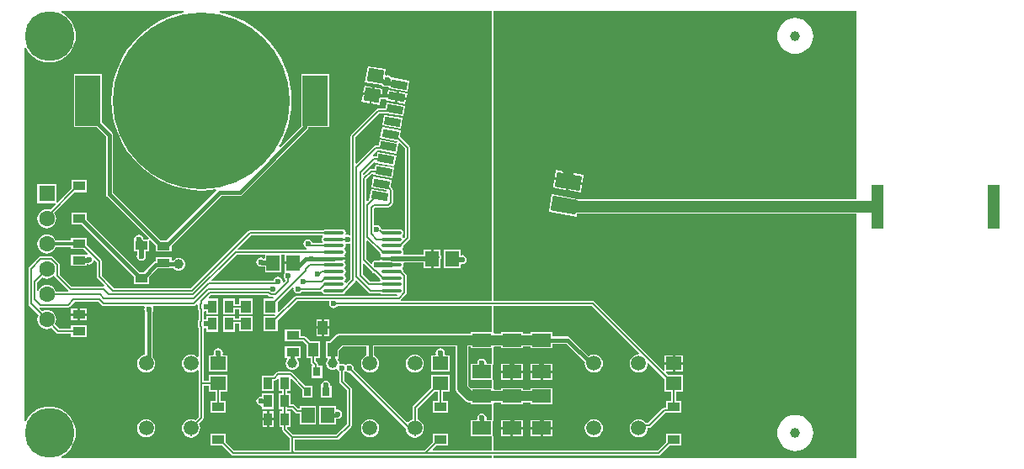
<source format=gtl>
G04*
G04 #@! TF.GenerationSoftware,Altium Limited,Altium Designer,19.0.15 (446)*
G04*
G04 Layer_Physical_Order=1*
G04 Layer_Color=255*
%FSLAX25Y25*%
%MOIN*%
G70*
G01*
G75*
%ADD15C,0.00787*%
%ADD17R,0.03347X0.05118*%
%ADD18R,0.03150X0.03543*%
%ADD19R,0.05118X0.03347*%
%ADD20R,0.06102X0.05315*%
%ADD21R,0.03937X0.05512*%
%ADD22R,0.05315X0.06102*%
%ADD23R,0.04803X0.03602*%
%ADD24R,0.07480X0.05315*%
%ADD25R,0.04331X0.04921*%
G04:AMPARAMS|DCode=26|XSize=62.99mil|YSize=31.5mil|CornerRadius=0mil|HoleSize=0mil|Usage=FLASHONLY|Rotation=350.000|XOffset=0mil|YOffset=0mil|HoleType=Round|Shape=Rectangle|*
%AMROTATEDRECTD26*
4,1,4,-0.03375,-0.01004,-0.02828,0.02098,0.03375,0.01004,0.02828,-0.02098,-0.03375,-0.01004,0.0*
%
%ADD26ROTATEDRECTD26*%

G04:AMPARAMS|DCode=27|XSize=100mil|YSize=59.06mil|CornerRadius=0mil|HoleSize=0mil|Usage=FLASHONLY|Rotation=350.000|XOffset=0mil|YOffset=0mil|HoleType=Round|Shape=Rectangle|*
%AMROTATEDRECTD27*
4,1,4,-0.05437,-0.02040,-0.04411,0.03776,0.05437,0.02040,0.04411,-0.03776,-0.05437,-0.02040,0.0*
%
%ADD27ROTATEDRECTD27*%

%ADD28R,0.05118X0.17717*%
%ADD29O,0.08268X0.01378*%
G04:AMPARAMS|DCode=30|XSize=61.02mil|YSize=53.15mil|CornerRadius=0mil|HoleSize=0mil|Usage=FLASHONLY|Rotation=350.000|XOffset=0mil|YOffset=0mil|HoleType=Round|Shape=Rectangle|*
%AMROTATEDRECTD30*
4,1,4,-0.03466,-0.02087,-0.02543,0.03147,0.03466,0.02087,0.02543,-0.03147,-0.03466,-0.02087,0.0*
%
%ADD30ROTATEDRECTD30*%

%ADD31R,0.09843X0.20079*%
%ADD54C,0.03937*%
%ADD55C,0.70079*%
%ADD56C,0.01575*%
%ADD57C,0.01181*%
%ADD58C,0.01968*%
%ADD59C,0.04724*%
%ADD60C,0.05906*%
%ADD61C,0.06299*%
%ADD62R,0.06299X0.06299*%
%ADD63C,0.03937*%
%ADD64C,0.19685*%
%ADD65C,0.02362*%
%ADD66C,0.03150*%
G36*
X140926Y112686D02*
Y77738D01*
X140587Y77400D01*
X140013Y77533D01*
X139840Y77793D01*
X139755Y77849D01*
Y78450D01*
X139840Y78507D01*
X140123Y78930D01*
X140222Y79429D01*
X140123Y79928D01*
X139840Y80352D01*
X139417Y80634D01*
X138917Y80734D01*
X132027D01*
X131990Y80726D01*
X131599Y81117D01*
X131286Y81326D01*
X131272Y81400D01*
X130880Y81986D01*
X130294Y82377D01*
X129603Y82515D01*
X128911Y82377D01*
X128807Y82307D01*
X128366Y82543D01*
Y89084D01*
X128830Y89548D01*
X134161D01*
X134545Y89624D01*
X134871Y89842D01*
X135757Y90728D01*
X135975Y91054D01*
X136051Y91438D01*
Y96289D01*
X135975Y96673D01*
X135757Y96999D01*
X135142Y97614D01*
X135616Y100302D01*
X128249Y101601D01*
X127497Y97336D01*
X133454Y96286D01*
X133569Y96094D01*
X133258Y95641D01*
X127381Y96677D01*
X126654Y92558D01*
X126072Y91976D01*
X125610Y92167D01*
Y100569D01*
X127625Y102584D01*
X127972Y102572D01*
X128365Y102260D01*
X128365Y102260D01*
X135732Y100961D01*
X136484Y105226D01*
X129117Y106525D01*
X128804Y104747D01*
X127365D01*
X126981Y104671D01*
X126656Y104453D01*
X124550Y102347D01*
X124094Y102528D01*
X124052Y102947D01*
X128522Y107418D01*
X128783Y107408D01*
X129233Y107184D01*
X129233Y107184D01*
X136600Y105886D01*
X137352Y110150D01*
X129985Y111449D01*
X129672Y109671D01*
X128352D01*
X127972Y110099D01*
X127955Y110197D01*
X129736Y111978D01*
X130843D01*
X137468Y110810D01*
X138162Y114743D01*
X138699Y114912D01*
X140926Y112686D01*
D02*
G37*
G36*
X319390Y92861D02*
X209332D01*
X198911Y94699D01*
X197681Y87720D01*
X208692Y85778D01*
X208890Y86905D01*
X319390D01*
Y-9843D01*
X175836D01*
Y-8878D01*
X241280D01*
X241664Y-8801D01*
X241989Y-8584D01*
X245671Y-4902D01*
X250236D01*
Y-118D01*
X244252D01*
Y-3482D01*
X240864Y-6870D01*
X175836D01*
Y-1280D01*
X175649Y-828D01*
X175591Y-803D01*
Y4740D01*
X175649Y4765D01*
X175836Y5217D01*
Y11319D01*
X175767Y11486D01*
X176087Y11986D01*
X178740D01*
Y11319D01*
X187402D01*
Y11986D01*
X190551D01*
Y11319D01*
X199213D01*
Y17815D01*
X190551D01*
Y17148D01*
X187402D01*
Y17815D01*
X178740D01*
Y17148D01*
X176087D01*
X175767Y17648D01*
X175836Y17815D01*
Y21004D01*
X175649Y21456D01*
X175591Y21480D01*
Y27024D01*
X175649Y27048D01*
X175836Y27500D01*
Y33602D01*
X175767Y33769D01*
X176087Y34269D01*
X178740D01*
Y33602D01*
X187402D01*
Y34269D01*
X190551D01*
Y33602D01*
X199213D01*
Y35445D01*
X204703D01*
X212049Y28100D01*
X211977Y27559D01*
X212099Y26634D01*
X212456Y25772D01*
X213024Y25032D01*
X213764Y24464D01*
X214626Y24107D01*
X215551Y23985D01*
X216476Y24107D01*
X217338Y24464D01*
X218078Y25032D01*
X218646Y25772D01*
X219003Y26634D01*
X219125Y27559D01*
X219003Y28484D01*
X218646Y29346D01*
X218078Y30086D01*
X217338Y30654D01*
X216476Y31011D01*
X215551Y31133D01*
X214626Y31011D01*
X213764Y30654D01*
X213597Y30525D01*
X206278Y37844D01*
X205822Y38148D01*
X205285Y38255D01*
X199213D01*
Y40098D01*
X190551D01*
Y39432D01*
X187402D01*
Y40098D01*
X178740D01*
Y39432D01*
X176087D01*
X175767Y39931D01*
X175836Y40098D01*
Y50302D01*
X214815D01*
X233542Y31574D01*
X233321Y31126D01*
X233268Y31133D01*
X232343Y31011D01*
X231481Y30654D01*
X230741Y30086D01*
X230173Y29346D01*
X229816Y28484D01*
X229694Y27559D01*
X229816Y26634D01*
X230173Y25772D01*
X230741Y25032D01*
X231481Y24464D01*
X232343Y24107D01*
X233268Y23985D01*
X234193Y24107D01*
X235055Y24464D01*
X235795Y25032D01*
X236363Y25772D01*
X236720Y26634D01*
X236842Y27559D01*
X236835Y27612D01*
X237283Y27833D01*
X243602Y21514D01*
Y16437D01*
X246241D01*
Y12776D01*
X244252D01*
Y9980D01*
X243409D01*
X243025Y9904D01*
X242700Y9686D01*
X236965Y3951D01*
X236212D01*
X235795Y4496D01*
X235055Y5064D01*
X234193Y5421D01*
X233268Y5542D01*
X232343Y5421D01*
X231481Y5064D01*
X230741Y4496D01*
X230173Y3755D01*
X229816Y2894D01*
X229694Y1969D01*
X229816Y1044D01*
X230173Y182D01*
X230741Y-559D01*
X231481Y-1127D01*
X232343Y-1484D01*
X233268Y-1605D01*
X234193Y-1484D01*
X235055Y-1127D01*
X235795Y-559D01*
X236363Y182D01*
X236720Y1044D01*
X236838Y1944D01*
X237381D01*
X237765Y2021D01*
X238090Y2238D01*
X243825Y7973D01*
X245837D01*
X245934Y7992D01*
X250236D01*
Y12776D01*
X248248D01*
Y16437D01*
X250886D01*
Y22933D01*
X245022D01*
X244106Y23849D01*
X244297Y24311D01*
X246744D01*
Y27059D01*
X243602D01*
Y25006D01*
X243140Y24814D01*
X215940Y52015D01*
X215614Y52232D01*
X215230Y52309D01*
X175836D01*
Y167323D01*
X319390D01*
Y92861D01*
D02*
G37*
G36*
X175197Y52309D02*
X139289D01*
X139141Y52610D01*
X139114Y52809D01*
X141300Y54995D01*
X141518Y55321D01*
X141594Y55705D01*
Y62402D01*
X141518Y62786D01*
X141300Y63111D01*
X140193Y64218D01*
X140123Y64574D01*
X139840Y64997D01*
X139755Y65054D01*
Y65655D01*
X139840Y65711D01*
X140123Y66135D01*
X140222Y66634D01*
X140132Y67087D01*
X140143Y67165D01*
X140420Y67587D01*
X148327D01*
Y65551D01*
X151075D01*
Y69193D01*
Y72835D01*
X148327D01*
Y70799D01*
X140420D01*
X140144Y71221D01*
X140132Y71299D01*
X140222Y71752D01*
X140123Y72251D01*
X139840Y72674D01*
X139755Y72731D01*
Y73332D01*
X139840Y73388D01*
X140123Y73812D01*
X140193Y74168D01*
X142639Y76613D01*
X142856Y76939D01*
X142933Y77323D01*
Y113102D01*
X142856Y113486D01*
X142639Y113811D01*
X138693Y117757D01*
X139088Y119999D01*
X131722Y121297D01*
X130970Y117033D01*
X137564Y115870D01*
X137679Y115677D01*
X137368Y115225D01*
X130854Y116373D01*
X130432Y113985D01*
X129320D01*
X128936Y113908D01*
X128610Y113691D01*
X121741Y106822D01*
X121279Y107013D01*
Y117301D01*
X130728Y126750D01*
X133448D01*
X140073Y125582D01*
X140825Y129847D01*
X133458Y131146D01*
X133037Y128757D01*
X130312D01*
X129928Y128680D01*
X129603Y128463D01*
X119566Y118426D01*
X119349Y118101D01*
X119272Y117717D01*
Y78800D01*
X118859Y78544D01*
X118772Y78545D01*
X118110Y78676D01*
X117660Y78587D01*
X117499Y78736D01*
X117306Y79019D01*
X117387Y79429D01*
X117288Y79928D01*
X117005Y80352D01*
X116582Y80634D01*
X116083Y80734D01*
X109193D01*
X108694Y80634D01*
X108392Y80433D01*
X79430D01*
X79046Y80356D01*
X78720Y80139D01*
X55923Y57342D01*
X25729D01*
X20689Y62382D01*
Y68209D01*
X20612Y68593D01*
X20395Y68918D01*
X14961Y74352D01*
Y77461D01*
X8661D01*
Y76283D01*
X2516D01*
X2283Y76847D01*
X1683Y77628D01*
X902Y78228D01*
X-8Y78605D01*
X-984Y78733D01*
X-1961Y78605D01*
X-2871Y78228D01*
X-3652Y77628D01*
X-4251Y76847D01*
X-4628Y75937D01*
X-4757Y74961D01*
X-4628Y73984D01*
X-4251Y73074D01*
X-3652Y72293D01*
X-2871Y71694D01*
X-1961Y71317D01*
X-984Y71188D01*
X-8Y71317D01*
X902Y71694D01*
X1683Y72293D01*
X2283Y73074D01*
X2614Y73874D01*
X8661D01*
Y72933D01*
X13541D01*
X15251Y71223D01*
X15036Y70732D01*
X15023Y70727D01*
X14961Y70768D01*
Y70768D01*
X8661D01*
Y66240D01*
X14961D01*
Y66898D01*
X15559D01*
X15559Y66898D01*
X15624Y66911D01*
X15748Y66887D01*
X16439Y67024D01*
X17025Y67416D01*
X17417Y68002D01*
X17475Y68293D01*
X18017Y68457D01*
X18681Y67793D01*
Y61967D01*
X18758Y61582D01*
X18975Y61257D01*
X21666Y58566D01*
X21547Y58234D01*
X21435Y58090D01*
X8782D01*
X4153Y62719D01*
Y66673D01*
X4077Y67057D01*
X3859Y67383D01*
X1438Y69804D01*
X1112Y70022D01*
X728Y70098D01*
X-3386D01*
X-3770Y70022D01*
X-4095Y69804D01*
X-7993Y65906D01*
X-8211Y65581D01*
X-8287Y65197D01*
Y51260D01*
X-8211Y50876D01*
X-7993Y50550D01*
X-4262Y46820D01*
X-4628Y45937D01*
X-4757Y44961D01*
X-4628Y43984D01*
X-4251Y43074D01*
X-3652Y42293D01*
X-2871Y41694D01*
X-1961Y41317D01*
X-984Y41188D01*
X-8Y41317D01*
X875Y41682D01*
X2912Y39645D01*
X3238Y39427D01*
X3622Y39351D01*
X8543D01*
Y38091D01*
X14842D01*
Y42618D01*
X8543D01*
Y41358D01*
X4038D01*
X2294Y43102D01*
X2660Y43984D01*
X2788Y44961D01*
X2660Y45937D01*
X2283Y46847D01*
X1683Y47628D01*
X902Y48228D01*
X-8Y48605D01*
X-984Y48733D01*
X-1961Y48605D01*
X-2843Y48239D01*
X-4001Y49397D01*
X-4000Y49400D01*
X-3755Y49858D01*
X-3583Y49823D01*
X7333D01*
X7717Y49900D01*
X8042Y50117D01*
X10071Y52146D01*
X19269D01*
X20747Y50668D01*
X21073Y50451D01*
X21457Y50374D01*
X37440D01*
X37696Y49962D01*
X37695Y49874D01*
X37564Y49213D01*
X37701Y48521D01*
X37965Y48126D01*
Y31078D01*
X37461Y31011D01*
X36599Y30654D01*
X35859Y30086D01*
X35291Y29346D01*
X34934Y28484D01*
X34812Y27559D01*
X34934Y26634D01*
X35291Y25772D01*
X35859Y25032D01*
X36599Y24464D01*
X37461Y24107D01*
X38386Y23985D01*
X39311Y24107D01*
X40173Y24464D01*
X40913Y25032D01*
X41481Y25772D01*
X41838Y26634D01*
X41960Y27559D01*
X41838Y28484D01*
X41481Y29346D01*
X40913Y30086D01*
X40775Y30192D01*
Y48126D01*
X41039Y48521D01*
X41176Y49213D01*
X41045Y49874D01*
X41044Y49962D01*
X41300Y50374D01*
X57225D01*
X57609Y50451D01*
X57934Y50668D01*
X58339Y51073D01*
X58839Y50866D01*
Y49300D01*
X58915Y48916D01*
X59036Y48736D01*
Y44768D01*
X58915Y44588D01*
X58839Y44204D01*
Y42410D01*
X58915Y42026D01*
X59036Y41846D01*
Y30306D01*
X58536Y30158D01*
X57889Y30654D01*
X57027Y31011D01*
X56102Y31133D01*
X55177Y31011D01*
X54315Y30654D01*
X53575Y30086D01*
X53007Y29346D01*
X52650Y28484D01*
X52529Y27559D01*
X52650Y26634D01*
X53007Y25772D01*
X53575Y25032D01*
X54315Y24464D01*
X55177Y24107D01*
X56102Y23985D01*
X57027Y24107D01*
X57889Y24464D01*
X58536Y24960D01*
X59036Y24812D01*
Y19685D01*
Y6321D01*
X57811Y5096D01*
X57027Y5421D01*
X56102Y5542D01*
X55177Y5421D01*
X54315Y5064D01*
X53575Y4496D01*
X53007Y3755D01*
X52650Y2894D01*
X52529Y1969D01*
X52650Y1044D01*
X53007Y182D01*
X53575Y-559D01*
X54315Y-1127D01*
X55177Y-1484D01*
X55260Y-1494D01*
X55393Y-1694D01*
X55718Y-1911D01*
X56102Y-1988D01*
X56486Y-1911D01*
X56812Y-1694D01*
X56945Y-1494D01*
X57027Y-1484D01*
X57889Y-1127D01*
X58630Y-559D01*
X59197Y182D01*
X59554Y1044D01*
X59676Y1969D01*
X59554Y2894D01*
X59230Y3677D01*
X60749Y5196D01*
X60966Y5522D01*
X61043Y5906D01*
Y18681D01*
X63287D01*
Y16437D01*
X65926D01*
Y12776D01*
X63937D01*
Y7992D01*
X69921D01*
Y12776D01*
X67933D01*
Y16437D01*
X70571D01*
Y22933D01*
X63287D01*
Y20689D01*
X61043D01*
Y41265D01*
X61543Y41593D01*
X62008Y41501D01*
X62303Y41258D01*
Y40157D01*
X66831D01*
Y46457D01*
X62303D01*
Y45356D01*
X62008Y45114D01*
X61543Y45021D01*
X61043Y45349D01*
Y48155D01*
X61543Y48483D01*
X62008Y48390D01*
X62303Y48148D01*
Y47047D01*
X66831D01*
Y53347D01*
X63214D01*
X63023Y53808D01*
X63920Y54705D01*
X86483D01*
X86976Y54212D01*
X87302Y53994D01*
X87686Y53918D01*
X88494D01*
X88754Y53418D01*
X88634Y53248D01*
X84842D01*
Y47146D01*
X89331D01*
X89517Y46709D01*
X89228Y46358D01*
X84842D01*
Y40256D01*
X90354D01*
Y44651D01*
X90375Y44664D01*
X98177Y52467D01*
X110707D01*
X110964Y52054D01*
X110963Y51967D01*
X110831Y51305D01*
X110969Y50614D01*
X111361Y50028D01*
X111946Y49636D01*
X112638Y49499D01*
X113329Y49636D01*
X113915Y50028D01*
X114098Y50302D01*
X175197D01*
Y40098D01*
X166929D01*
Y39432D01*
X115000D01*
X114332Y39344D01*
X113709Y39086D01*
X113175Y38675D01*
X110917Y36417D01*
X109449D01*
Y34026D01*
X109427Y33858D01*
Y33071D01*
X109449Y32903D01*
Y29724D01*
X110043D01*
X110047Y29720D01*
X110257Y29224D01*
X109969Y28850D01*
X109712Y28227D01*
X109624Y27559D01*
X109712Y26891D01*
X109969Y26269D01*
X110380Y25734D01*
X110914Y25324D01*
X111537Y25066D01*
X112205Y24978D01*
X112873Y25066D01*
X113495Y25324D01*
X113570Y25381D01*
X114038Y25205D01*
X114079Y24998D01*
X114471Y24412D01*
X114744Y24229D01*
Y20472D01*
X114821Y20088D01*
X115038Y19763D01*
X117707Y17095D01*
Y3565D01*
X113570Y-571D01*
X96591D01*
X94311Y1709D01*
Y2362D01*
X95571D01*
Y8661D01*
X94311D01*
Y9381D01*
X94390Y9446D01*
X95923D01*
X97417Y7952D01*
X97743Y7734D01*
X98127Y7658D01*
X99114D01*
Y3445D01*
X105610D01*
Y10728D01*
X99114D01*
Y9665D01*
X98543D01*
X97048Y11159D01*
X96723Y11377D01*
X96339Y11453D01*
X95374D01*
Y15765D01*
X94311D01*
Y16569D01*
X95374D01*
Y21271D01*
X95836Y21462D01*
X100000Y17298D01*
Y13993D01*
X104331D01*
Y18718D01*
X101419D01*
X96165Y23971D01*
X95840Y24189D01*
X95456Y24265D01*
X90650D01*
X90266Y24189D01*
X89940Y23971D01*
X88856Y22887D01*
X87697D01*
X87600Y22868D01*
X84153D01*
Y16569D01*
X88681D01*
Y20880D01*
X89272D01*
X89656Y20957D01*
X89981Y21174D01*
X90385Y21577D01*
X90847Y21386D01*
Y16569D01*
X92304D01*
Y15765D01*
X90847D01*
Y9466D01*
X92304D01*
Y8661D01*
X91043D01*
Y2362D01*
X92304D01*
Y1294D01*
X92380Y910D01*
X92598Y584D01*
X95172Y-1991D01*
Y-6870D01*
X73309D01*
X69921Y-3482D01*
Y-118D01*
X63937D01*
Y-4902D01*
X68502D01*
X72184Y-8584D01*
X72510Y-8801D01*
X72894Y-8878D01*
X175197D01*
Y-9843D01*
X4783D01*
X4685Y-9352D01*
X4751Y-9325D01*
X6151Y-8467D01*
X7400Y-7400D01*
X8467Y-6151D01*
X9325Y-4751D01*
X9953Y-3234D01*
X10336Y-1637D01*
X10465Y0D01*
X10336Y1637D01*
X9953Y3234D01*
X9325Y4751D01*
X8467Y6151D01*
X7400Y7400D01*
X6151Y8467D01*
X4751Y9325D01*
X3234Y9953D01*
X1637Y10336D01*
X0Y10465D01*
X-1637Y10336D01*
X-3234Y9953D01*
X-4751Y9325D01*
X-6151Y8467D01*
X-7400Y7400D01*
X-8467Y6151D01*
X-9325Y4751D01*
X-9352Y4685D01*
X-9843Y4783D01*
Y152698D01*
X-9352Y152795D01*
X-9325Y152729D01*
X-8467Y151329D01*
X-7400Y150080D01*
X-6151Y149014D01*
X-4751Y148156D01*
X-3234Y147527D01*
X-1637Y147144D01*
X0Y147015D01*
X1637Y147144D01*
X3234Y147527D01*
X4751Y148156D01*
X6151Y149014D01*
X7400Y150080D01*
X8467Y151329D01*
X9325Y152729D01*
X9953Y154246D01*
X10336Y155843D01*
X10465Y157480D01*
X10336Y159117D01*
X9953Y160714D01*
X9325Y162232D01*
X8467Y163632D01*
X7400Y164880D01*
X6151Y165947D01*
X4751Y166805D01*
X4685Y166832D01*
X4783Y167323D01*
X53061D01*
X53122Y166823D01*
X49944Y166027D01*
X46647Y164847D01*
X43483Y163350D01*
X40480Y161551D01*
X37668Y159465D01*
X35074Y157114D01*
X32723Y154520D01*
X30638Y151709D01*
X28838Y148706D01*
X27341Y145541D01*
X26162Y142245D01*
X25311Y138849D01*
X24798Y135386D01*
X24626Y131890D01*
X24798Y128393D01*
X25311Y124930D01*
X26162Y121535D01*
X27341Y118238D01*
X28838Y115074D01*
X30638Y112071D01*
X32723Y109259D01*
X35074Y106665D01*
X37668Y104314D01*
X40480Y102229D01*
X43483Y100429D01*
X46647Y98932D01*
X49944Y97753D01*
X53339Y96902D01*
X56802Y96389D01*
X60299Y96217D01*
X63795Y96389D01*
X65965Y96710D01*
X66202Y96240D01*
X46438Y76476D01*
X44113D01*
X25286Y95303D01*
Y118189D01*
X25179Y118727D01*
X24875Y119182D01*
X20811Y123247D01*
Y142520D01*
X9787D01*
Y121260D01*
X18824D01*
X22477Y117607D01*
Y94721D01*
X22583Y94183D01*
X22888Y93727D01*
X39364Y77252D01*
X39156Y76752D01*
X39014Y76752D01*
X37496D01*
X37411Y76879D01*
X37195Y77095D01*
X37102Y77561D01*
X36710Y78147D01*
X36124Y78539D01*
X35433Y78676D01*
X34742Y78539D01*
X34156Y78147D01*
X33764Y77561D01*
X33627Y76870D01*
X33530Y76752D01*
X33425D01*
Y71969D01*
X34812D01*
Y70884D01*
X34749Y70789D01*
X34611Y70098D01*
X34749Y69407D01*
X35140Y68821D01*
X35726Y68429D01*
X36417Y68292D01*
X37109Y68429D01*
X37695Y68821D01*
X38086Y69407D01*
X38224Y70098D01*
X38086Y70789D01*
X38023Y70884D01*
Y71969D01*
X39409D01*
Y76352D01*
X39410Y76499D01*
X39909Y76706D01*
X42126Y74489D01*
Y71949D01*
X48425D01*
Y74489D01*
X68003Y94068D01*
X75383D01*
X75921Y94174D01*
X76377Y94479D01*
X102158Y120261D01*
X102463Y120716D01*
X102570Y121254D01*
Y121260D01*
X110811D01*
Y142520D01*
X99787D01*
Y127892D01*
X99760Y127756D01*
Y121836D01*
X91362Y113438D01*
X90965Y113748D01*
X91759Y115074D01*
X93256Y118238D01*
X94436Y121535D01*
X95286Y124930D01*
X95800Y128393D01*
X95972Y131890D01*
X95800Y135386D01*
X95286Y138849D01*
X94436Y142245D01*
X93256Y145541D01*
X91759Y148706D01*
X89960Y151709D01*
X87874Y154520D01*
X85523Y157114D01*
X82929Y159465D01*
X80118Y161551D01*
X77115Y163350D01*
X73950Y164847D01*
X70654Y166027D01*
X67475Y166823D01*
X67537Y167323D01*
X175197D01*
Y52309D01*
D02*
G37*
G36*
X108071Y78261D02*
X108270Y77793D01*
X107988Y77369D01*
X107888Y76870D01*
X107988Y76371D01*
X108270Y75948D01*
X108071Y75480D01*
X107920Y75314D01*
X104098D01*
X104031Y75652D01*
X103639Y76238D01*
X103053Y76630D01*
X102362Y76767D01*
X101671Y76630D01*
X101085Y76238D01*
X100693Y75652D01*
X100556Y74961D01*
X100693Y74269D01*
X101085Y73683D01*
X101671Y73292D01*
X101853Y73255D01*
X101804Y72755D01*
X74828D01*
X74637Y73217D01*
X79845Y78426D01*
X107920D01*
X108071Y78261D01*
D02*
G37*
G36*
X119272Y74940D02*
Y61006D01*
X117753Y59487D01*
X117178Y59620D01*
X117005Y59879D01*
X116921Y59935D01*
Y60537D01*
X117005Y60593D01*
X117288Y61016D01*
X117387Y61516D01*
X117288Y62015D01*
X117005Y62438D01*
X116921Y62495D01*
Y63096D01*
X117005Y63152D01*
X117288Y63576D01*
X117387Y64075D01*
X117288Y64574D01*
X117005Y64997D01*
X116921Y65054D01*
Y65655D01*
X117005Y65711D01*
X117288Y66135D01*
X117387Y66634D01*
X117288Y67133D01*
X117005Y67556D01*
X116921Y67613D01*
Y68214D01*
X117005Y68270D01*
X117287Y68693D01*
X112638D01*
Y69693D01*
X117287D01*
X117005Y70115D01*
X116921Y70172D01*
Y70773D01*
X117005Y70829D01*
X117288Y71253D01*
X117387Y71752D01*
X117288Y72251D01*
X117005Y72674D01*
X116921Y72731D01*
Y73332D01*
X117005Y73388D01*
X117288Y73812D01*
X117387Y74311D01*
X117306Y74721D01*
X117499Y75005D01*
X117660Y75153D01*
X118110Y75064D01*
X118772Y75195D01*
X118859Y75196D01*
X119272Y74940D01*
D02*
G37*
G36*
X93209Y68020D02*
X96457D01*
Y67020D01*
X93209D01*
Y63878D01*
X93209Y63878D01*
X93104Y63421D01*
X92819Y62994D01*
X92682Y62303D01*
X92819Y61612D01*
X93211Y61026D01*
X93485Y60843D01*
Y60346D01*
X92751Y59612D01*
X92290Y59858D01*
X92357Y60197D01*
X92220Y60888D01*
X91829Y61474D01*
X91242Y61866D01*
X90551Y62003D01*
X89860Y61866D01*
X89274Y61474D01*
X88882Y60888D01*
X88757Y60255D01*
X64277D01*
X64086Y60717D01*
X74117Y70748D01*
X85335D01*
Y69332D01*
X84835Y69181D01*
X84436Y69447D01*
X83745Y69584D01*
X83054Y69447D01*
X82468Y69055D01*
X82076Y68469D01*
X81939Y67778D01*
X82076Y67087D01*
X82468Y66501D01*
X83054Y66109D01*
X83376Y66045D01*
X83389Y66036D01*
X84003Y65914D01*
X85335D01*
Y63878D01*
X91831D01*
Y70748D01*
X93209D01*
Y68020D01*
D02*
G37*
G36*
X130751Y71609D02*
X130822Y71253D01*
X131105Y70829D01*
X131189Y70773D01*
Y70172D01*
X131105Y70115D01*
X130823Y69693D01*
X135472D01*
Y68693D01*
X130806D01*
X130801Y68662D01*
X130732Y68557D01*
X130294Y68303D01*
X129603Y68440D01*
X128911Y68303D01*
X128325Y67911D01*
X127951Y67350D01*
X127889Y67288D01*
X127416Y67177D01*
X125610Y68984D01*
Y76097D01*
X126072Y76288D01*
X130751Y71609D01*
D02*
G37*
G36*
X1744Y62272D02*
X2182Y62122D01*
X2222Y61919D01*
X2440Y61594D01*
X7569Y56464D01*
X7486Y56125D01*
X7377Y55964D01*
X2648D01*
X2283Y56847D01*
X1683Y57628D01*
X902Y58228D01*
X-8Y58605D01*
X-984Y58733D01*
X-1961Y58605D01*
X-2871Y58228D01*
X-3652Y57628D01*
X-4251Y56847D01*
X-4402Y56483D01*
X-4902Y56582D01*
Y59624D01*
X-2843Y61682D01*
X-1961Y61317D01*
X-984Y61188D01*
X-8Y61317D01*
X902Y61694D01*
X1658Y62274D01*
X1713Y62277D01*
X1744Y62272D01*
D02*
G37*
G36*
X127996Y63759D02*
X128322Y63541D01*
X128647Y63477D01*
X130751Y61373D01*
X130822Y61016D01*
X131105Y60593D01*
X130905Y60125D01*
X130755Y59960D01*
X127010D01*
X124035Y62936D01*
Y67067D01*
X124497Y67258D01*
X127996Y63759D01*
D02*
G37*
G36*
X126495Y55688D02*
X126821Y55471D01*
X127205Y55394D01*
X131226D01*
X131528Y55192D01*
X132027Y55093D01*
X137440D01*
X137703Y54593D01*
X137622Y54474D01*
X97762D01*
X97378Y54398D01*
X97052Y54180D01*
X90816Y47944D01*
X90354Y48136D01*
Y51829D01*
X96232Y57707D01*
X96693Y57461D01*
X96619Y57087D01*
X96756Y56395D01*
X97148Y55809D01*
X97734Y55418D01*
X98425Y55280D01*
X99116Y55418D01*
X99703Y55809D01*
X99885Y56083D01*
X107323D01*
X107707Y56160D01*
X108058Y55793D01*
X108270Y55475D01*
X108694Y55192D01*
X109193Y55093D01*
X116083D01*
X116582Y55192D01*
X117005Y55475D01*
X117288Y55898D01*
X117359Y56255D01*
X120985Y59881D01*
X121203Y60207D01*
X121214Y60262D01*
X121756Y60427D01*
X126495Y55688D01*
D02*
G37*
G36*
X166929Y33602D02*
X175197D01*
Y27500D01*
X173195D01*
X173066Y27657D01*
X172929Y28349D01*
X172537Y28935D01*
X171951Y29326D01*
X171260Y29464D01*
X170569Y29326D01*
X169983Y28935D01*
X169591Y28349D01*
X169454Y27657D01*
X169324Y27500D01*
X166929D01*
Y21004D01*
X175197D01*
Y17815D01*
X166938D01*
X165967Y18786D01*
Y34269D01*
X166929D01*
Y33602D01*
D02*
G37*
G36*
X160805Y17717D02*
X160893Y17049D01*
X161151Y16426D01*
X161561Y15891D01*
X164710Y12742D01*
X165245Y12332D01*
X165867Y12074D01*
X166535Y11986D01*
X166929D01*
Y11319D01*
X175197D01*
Y5217D01*
X173323D01*
X173006Y5603D01*
X173066Y5906D01*
X172929Y6597D01*
X172537Y7183D01*
X171951Y7574D01*
X171260Y7712D01*
X170569Y7574D01*
X169983Y7183D01*
X169591Y6597D01*
X169454Y5906D01*
X169514Y5603D01*
X169196Y5217D01*
X166929D01*
Y-1280D01*
X175197D01*
Y-6870D01*
X151885D01*
X151694Y-6408D01*
X153201Y-4902D01*
X157766D01*
Y-118D01*
X151781D01*
Y-3482D01*
X148393Y-6870D01*
X97266D01*
X97179Y-6784D01*
Y-2578D01*
X113986D01*
X114370Y-2502D01*
X114695Y-2284D01*
X119420Y2440D01*
X119637Y2766D01*
X119714Y3150D01*
Y17510D01*
X119637Y17894D01*
X119420Y18220D01*
X116752Y20888D01*
Y24229D01*
X116846Y24292D01*
X117345Y24310D01*
X117521Y24254D01*
X118019Y23922D01*
X118710Y23784D01*
X119033Y23848D01*
X141141Y1740D01*
X141233Y1044D01*
X141590Y182D01*
X142158Y-559D01*
X142898Y-1127D01*
X143760Y-1484D01*
X143842Y-1494D01*
X143975Y-1694D01*
X144301Y-1911D01*
X144685Y-1988D01*
X145069Y-1911D01*
X145395Y-1694D01*
X145528Y-1494D01*
X145610Y-1484D01*
X146472Y-1127D01*
X147212Y-559D01*
X147780Y182D01*
X148137Y1044D01*
X148259Y1969D01*
X148137Y2894D01*
X147780Y3755D01*
X147212Y4496D01*
X146472Y5064D01*
X145689Y5388D01*
Y9574D01*
X152551Y16437D01*
X153770D01*
Y12776D01*
X151781D01*
Y7992D01*
X157766D01*
Y12776D01*
X155777D01*
Y16437D01*
X158415D01*
Y22933D01*
X151132D01*
Y17856D01*
X143975Y10700D01*
X143758Y10374D01*
X143682Y9990D01*
Y5388D01*
X142898Y5064D01*
X142158Y4496D01*
X141983Y4268D01*
X141484Y4236D01*
X120452Y25268D01*
X120517Y25591D01*
X120379Y26282D01*
X119988Y26868D01*
X119402Y27259D01*
X118710Y27397D01*
X118019Y27259D01*
X117612Y26988D01*
X117025Y26966D01*
X116439Y27358D01*
X115748Y27495D01*
X115269Y27400D01*
X115151Y27439D01*
X114820Y27679D01*
X114759Y27760D01*
X114698Y28227D01*
X114440Y28850D01*
X114153Y29224D01*
X114365Y29724D01*
X114567D01*
Y32767D01*
X116069Y34269D01*
X125603D01*
Y30829D01*
X125182Y30654D01*
X124441Y30086D01*
X123873Y29346D01*
X123516Y28484D01*
X123395Y27559D01*
X123516Y26634D01*
X123873Y25772D01*
X124441Y25032D01*
X125182Y24464D01*
X126043Y24107D01*
X126969Y23985D01*
X127893Y24107D01*
X128755Y24464D01*
X129496Y25032D01*
X130064Y25772D01*
X130421Y26634D01*
X130542Y27559D01*
X130421Y28484D01*
X130064Y29346D01*
X129496Y30086D01*
X128755Y30654D01*
X128413Y30796D01*
Y34269D01*
X160805D01*
Y17717D01*
D02*
G37*
%LPC*%
G36*
X295276Y164601D02*
X293886Y164464D01*
X292550Y164059D01*
X291319Y163401D01*
X290240Y162516D01*
X289355Y161436D01*
X288697Y160205D01*
X288292Y158870D01*
X288155Y157480D01*
X288292Y156091D01*
X288697Y154755D01*
X289355Y153524D01*
X290240Y152445D01*
X291319Y151559D01*
X292550Y150901D01*
X293886Y150496D01*
X295276Y150359D01*
X296665Y150496D01*
X298001Y150901D01*
X299232Y151559D01*
X300311Y152445D01*
X301196Y153524D01*
X301854Y154755D01*
X302260Y156091D01*
X302396Y157480D01*
X302260Y158870D01*
X301854Y160205D01*
X301196Y161436D01*
X300311Y162516D01*
X299232Y163401D01*
X298001Y164059D01*
X296665Y164464D01*
X295276Y164601D01*
D02*
G37*
G36*
X200613Y104353D02*
X200085Y101356D01*
X205098Y100472D01*
X205627Y103469D01*
X200613Y104353D01*
D02*
G37*
G36*
X206611Y103295D02*
X206083Y100298D01*
X211096Y99414D01*
X211625Y102411D01*
X206611Y103295D01*
D02*
G37*
G36*
X199911Y100371D02*
X199383Y97374D01*
X204396Y96490D01*
X204925Y99487D01*
X199911Y100371D01*
D02*
G37*
G36*
X205909Y99313D02*
X205381Y96316D01*
X210394Y95432D01*
X210923Y98429D01*
X205909Y99313D01*
D02*
G37*
G36*
X250886Y30807D02*
X247744D01*
Y28059D01*
X250886D01*
Y30807D01*
D02*
G37*
G36*
X246744D02*
X243602D01*
Y28059D01*
X246744D01*
Y30807D01*
D02*
G37*
G36*
X187402Y27500D02*
X183571D01*
Y24752D01*
X187402D01*
Y27500D01*
D02*
G37*
G36*
X199213D02*
X195382D01*
Y24752D01*
X199213D01*
Y27500D01*
D02*
G37*
G36*
X194382D02*
X190551D01*
Y24752D01*
X194382D01*
Y27500D01*
D02*
G37*
G36*
X182571D02*
X178740D01*
Y24752D01*
X182571D01*
Y27500D01*
D02*
G37*
G36*
X250886Y27059D02*
X247744D01*
Y24311D01*
X250886D01*
Y27059D01*
D02*
G37*
G36*
X199213Y23752D02*
X195382D01*
Y21004D01*
X199213D01*
Y23752D01*
D02*
G37*
G36*
X194382D02*
X190551D01*
Y21004D01*
X194382D01*
Y23752D01*
D02*
G37*
G36*
X187402D02*
X183571D01*
Y21004D01*
X187402D01*
Y23752D01*
D02*
G37*
G36*
X182571D02*
X178740D01*
Y21004D01*
X182571D01*
Y23752D01*
D02*
G37*
G36*
X187402Y5217D02*
X183571D01*
Y2468D01*
X187402D01*
Y5217D01*
D02*
G37*
G36*
X199213D02*
X195382D01*
Y2468D01*
X199213D01*
Y5217D01*
D02*
G37*
G36*
X194382D02*
X190551D01*
Y2468D01*
X194382D01*
Y5217D01*
D02*
G37*
G36*
X182571D02*
X178740D01*
Y2468D01*
X182571D01*
Y5217D01*
D02*
G37*
G36*
X199213Y1469D02*
X195382D01*
Y-1280D01*
X199213D01*
Y1469D01*
D02*
G37*
G36*
X194382D02*
X190551D01*
Y-1280D01*
X194382D01*
Y1469D01*
D02*
G37*
G36*
X187402D02*
X183571D01*
Y-1280D01*
X187402D01*
Y1469D01*
D02*
G37*
G36*
X182571D02*
X178740D01*
Y-1280D01*
X182571D01*
Y1469D01*
D02*
G37*
G36*
X215551Y5542D02*
X214626Y5421D01*
X213764Y5064D01*
X213024Y4496D01*
X212456Y3755D01*
X212099Y2894D01*
X211977Y1969D01*
X212099Y1044D01*
X212456Y182D01*
X213024Y-559D01*
X213764Y-1127D01*
X214626Y-1484D01*
X215551Y-1605D01*
X216476Y-1484D01*
X217338Y-1127D01*
X218078Y-559D01*
X218646Y182D01*
X219003Y1044D01*
X219125Y1969D01*
X219003Y2894D01*
X218646Y3755D01*
X218078Y4496D01*
X217338Y5064D01*
X216476Y5421D01*
X215551Y5542D01*
D02*
G37*
G36*
X295276Y7121D02*
X293886Y6984D01*
X292550Y6579D01*
X291319Y5921D01*
X290240Y5035D01*
X289355Y3956D01*
X288697Y2725D01*
X288292Y1389D01*
X288155Y0D01*
X288292Y-1389D01*
X288697Y-2725D01*
X289355Y-3956D01*
X290240Y-5035D01*
X291319Y-5921D01*
X292550Y-6579D01*
X293886Y-6984D01*
X295276Y-7121D01*
X296665Y-6984D01*
X298001Y-6579D01*
X299232Y-5921D01*
X300311Y-5035D01*
X301196Y-3956D01*
X301854Y-2725D01*
X302260Y-1389D01*
X302396Y0D01*
X302260Y1389D01*
X301854Y2725D01*
X301196Y3956D01*
X300311Y5035D01*
X299232Y5921D01*
X298001Y6579D01*
X296665Y6984D01*
X295276Y7121D01*
D02*
G37*
G36*
X126075Y145503D02*
X124947Y139106D01*
X131638Y137926D01*
X131771Y137793D01*
X132227Y137488D01*
X132765Y137382D01*
X133858D01*
X134010Y137412D01*
X134161Y137382D01*
X134169D01*
X134490Y136998D01*
X134443Y136729D01*
X141809Y135430D01*
X142561Y139695D01*
X135462Y140946D01*
X135136Y141435D01*
X134549Y141826D01*
X133858Y141964D01*
X133336Y141860D01*
X132888Y142195D01*
X133248Y144239D01*
X126075Y145503D01*
D02*
G37*
G36*
X124708Y137749D02*
X124231Y135043D01*
X127325Y134497D01*
X127802Y137204D01*
X124708Y137749D01*
D02*
G37*
G36*
X138502Y135333D02*
X138213Y133693D01*
X141404Y133131D01*
X141693Y134771D01*
X138502Y135333D01*
D02*
G37*
G36*
X128787Y137030D02*
X128223Y133831D01*
X127659Y130633D01*
X130753Y130087D01*
X131153Y132357D01*
X132411D01*
X132411Y132357D01*
X132544Y132383D01*
X132677Y132357D01*
X133283D01*
X133604Y131974D01*
X133574Y131805D01*
X136766Y131242D01*
X137142Y133374D01*
X137517Y135507D01*
X134327Y136070D01*
X134206Y135384D01*
X133678Y135273D01*
X133529Y135497D01*
X133138Y135758D01*
X132677Y135850D01*
X132262Y135767D01*
X132060Y135886D01*
X131811Y136089D01*
X131881Y136484D01*
X128787Y137030D01*
D02*
G37*
G36*
X124057Y134058D02*
X123580Y131352D01*
X126674Y130806D01*
X127151Y133512D01*
X124057Y134058D01*
D02*
G37*
G36*
X138040Y132708D02*
X137750Y131068D01*
X140941Y130506D01*
X141230Y132146D01*
X138040Y132708D01*
D02*
G37*
G36*
X132590Y126222D02*
X131838Y121957D01*
X139205Y120658D01*
X139957Y124923D01*
X132590Y126222D01*
D02*
G37*
G36*
X14803Y100285D02*
X8819D01*
Y96921D01*
X3256Y91358D01*
X2756Y91565D01*
Y98701D01*
X-4724D01*
Y91220D01*
X2411D01*
X2618Y90720D01*
X353Y88455D01*
X-8Y88604D01*
X-984Y88733D01*
X-1961Y88604D01*
X-2871Y88228D01*
X-3652Y87628D01*
X-4251Y86847D01*
X-4628Y85937D01*
X-4757Y84961D01*
X-4628Y83984D01*
X-4251Y83074D01*
X-3652Y82293D01*
X-2871Y81694D01*
X-1961Y81317D01*
X-984Y81188D01*
X-8Y81317D01*
X902Y81694D01*
X1683Y82293D01*
X2283Y83074D01*
X2660Y83984D01*
X2788Y84961D01*
X2660Y85937D01*
X2283Y86847D01*
X1979Y87243D01*
X10238Y95502D01*
X14803D01*
Y100285D01*
D02*
G37*
G36*
X162697Y72835D02*
X156201D01*
Y65551D01*
X162697D01*
Y66694D01*
X163083Y67012D01*
X163386Y66952D01*
X164077Y67089D01*
X164663Y67481D01*
X165055Y68067D01*
X165192Y68758D01*
X165055Y69449D01*
X164663Y70035D01*
X164077Y70427D01*
X163386Y70564D01*
X163083Y70504D01*
X162697Y70821D01*
Y72835D01*
D02*
G37*
G36*
X154823D02*
X152075D01*
Y69193D01*
Y65551D01*
X154823D01*
Y68962D01*
X155027Y69267D01*
X155149Y69882D01*
X155027Y70496D01*
X154823Y70802D01*
Y72835D01*
D02*
G37*
G36*
X14803Y87392D02*
X8819D01*
Y82608D01*
X12816D01*
X33425Y61999D01*
Y59075D01*
X39409D01*
Y61871D01*
X42767Y65229D01*
X44390D01*
X44526Y65256D01*
X48425D01*
Y65524D01*
X49034D01*
X49356Y65104D01*
X49891Y64694D01*
X50513Y64436D01*
X51181Y64348D01*
X51849Y64436D01*
X52472Y64694D01*
X53006Y65104D01*
X53416Y65639D01*
X53674Y66261D01*
X53762Y66929D01*
X53674Y67597D01*
X53416Y68220D01*
X53006Y68754D01*
X52472Y69164D01*
X51849Y69422D01*
X51181Y69510D01*
X50513Y69422D01*
X49891Y69164D01*
X49356Y68754D01*
X49034Y68334D01*
X48425D01*
Y69784D01*
X42126D01*
Y68027D01*
X41647Y67932D01*
X41192Y67627D01*
X37423Y63858D01*
X35540D01*
X14803Y84595D01*
Y87392D01*
D02*
G37*
G36*
X14842Y49311D02*
X12193D01*
Y47547D01*
X14842D01*
Y49311D01*
D02*
G37*
G36*
X11193D02*
X8543D01*
Y47547D01*
X11193D01*
Y49311D01*
D02*
G37*
G36*
X73524Y53347D02*
X68996D01*
Y47047D01*
X73524D01*
Y49193D01*
X75000D01*
Y47146D01*
X80512D01*
Y53248D01*
X75000D01*
Y51200D01*
X73524D01*
Y53347D01*
D02*
G37*
G36*
X14842Y46547D02*
X12193D01*
Y44783D01*
X14842D01*
Y46547D01*
D02*
G37*
G36*
X11193D02*
X8543D01*
Y44783D01*
X11193D01*
Y46547D01*
D02*
G37*
G36*
X110827Y45079D02*
X108768D01*
Y42232D01*
X110827D01*
Y45079D01*
D02*
G37*
G36*
X107768D02*
X105709D01*
Y42232D01*
X107768D01*
Y45079D01*
D02*
G37*
G36*
X73524Y46457D02*
X68996D01*
Y40157D01*
X73524D01*
Y43288D01*
X75000D01*
Y40256D01*
X80512D01*
Y46358D01*
X75000D01*
Y45295D01*
X73524D01*
Y46457D01*
D02*
G37*
G36*
X110827Y41232D02*
X108768D01*
Y38386D01*
X110827D01*
Y41232D01*
D02*
G37*
G36*
X107768D02*
X105709D01*
Y38386D01*
X107768D01*
Y41232D01*
D02*
G37*
G36*
X99606Y34350D02*
X93307D01*
Y29823D01*
X94101D01*
X94246Y29568D01*
X94303Y29323D01*
X93940Y28850D01*
X93682Y28227D01*
X93594Y27559D01*
X93682Y26891D01*
X93940Y26269D01*
X94350Y25734D01*
X94885Y25324D01*
X95508Y25066D01*
X96176Y24978D01*
X96844Y25066D01*
X97466Y25324D01*
X98001Y25734D01*
X98411Y26269D01*
X98669Y26891D01*
X98757Y27559D01*
X98669Y28227D01*
X98411Y28850D01*
X98048Y29323D01*
X98105Y29568D01*
X98250Y29823D01*
X99606D01*
Y34350D01*
D02*
G37*
G36*
X66929Y33612D02*
X66238Y33474D01*
X65652Y33083D01*
X65260Y32497D01*
X65123Y31806D01*
X65222Y31307D01*
X64910Y30807D01*
X63287D01*
Y24311D01*
X70571D01*
Y30807D01*
X68948D01*
X68636Y31307D01*
X68735Y31806D01*
X68598Y32497D01*
X68206Y33083D01*
X67620Y33474D01*
X66929Y33612D01*
D02*
G37*
G36*
X99606Y41043D02*
X93307D01*
Y36516D01*
X97639D01*
X97736Y36496D01*
X100470D01*
X101969Y34998D01*
Y29724D01*
X103524D01*
Y28161D01*
X103600Y27777D01*
X103818Y27452D01*
X104178Y27092D01*
X103971Y26592D01*
X103740D01*
Y21867D01*
X108071D01*
Y26592D01*
X106527D01*
Y27165D01*
X106451Y27549D01*
X106233Y27875D01*
X105531Y28577D01*
Y29724D01*
X107087D01*
Y36417D01*
X103388D01*
X101595Y38210D01*
X101270Y38427D01*
X100886Y38504D01*
X99606D01*
Y41043D01*
D02*
G37*
G36*
X109449Y20704D02*
X108758Y20567D01*
X108171Y20175D01*
X107780Y19589D01*
X107642Y18898D01*
X107495Y18718D01*
X107480D01*
Y13993D01*
X111811D01*
Y18718D01*
X111403D01*
X111255Y18898D01*
X111118Y19589D01*
X110726Y20175D01*
X110140Y20567D01*
X109449Y20704D01*
D02*
G37*
G36*
X88681Y15765D02*
X84153D01*
Y14712D01*
X83799Y14422D01*
X83108Y14284D01*
X82522Y13892D01*
X82130Y13306D01*
X81993Y12615D01*
X82130Y11924D01*
X82522Y11338D01*
X83108Y10946D01*
X83799Y10809D01*
X84153Y10518D01*
Y9466D01*
X88681D01*
Y15765D01*
D02*
G37*
G36*
X88878Y8661D02*
X87114D01*
Y6012D01*
X88878D01*
Y8661D01*
D02*
G37*
G36*
X86114D02*
X84350D01*
Y6012D01*
X86114D01*
Y8661D01*
D02*
G37*
G36*
X113484Y10728D02*
X106988D01*
Y3445D01*
X113484D01*
Y5682D01*
X113779D01*
X113957Y5717D01*
X114173Y5674D01*
X114865Y5812D01*
X115451Y6203D01*
X115842Y6789D01*
X115980Y7480D01*
X115842Y8172D01*
X115451Y8758D01*
X114865Y9149D01*
X114173Y9287D01*
X113871Y9227D01*
X113484Y9544D01*
Y10728D01*
D02*
G37*
G36*
X88878Y5012D02*
X87114D01*
Y2362D01*
X88878D01*
Y5012D01*
D02*
G37*
G36*
X86114D02*
X84350D01*
Y2362D01*
X86114D01*
Y5012D01*
D02*
G37*
G36*
X38386Y5542D02*
X37461Y5421D01*
X36599Y5064D01*
X35859Y4496D01*
X35291Y3755D01*
X34934Y2894D01*
X34812Y1969D01*
X34934Y1044D01*
X35291Y182D01*
X35859Y-559D01*
X36599Y-1127D01*
X37461Y-1484D01*
X38386Y-1605D01*
X39311Y-1484D01*
X40173Y-1127D01*
X40913Y-559D01*
X41481Y182D01*
X41838Y1044D01*
X41960Y1969D01*
X41838Y2894D01*
X41481Y3755D01*
X40913Y4496D01*
X40173Y5064D01*
X39311Y5421D01*
X38386Y5542D01*
D02*
G37*
G36*
X154774Y33612D02*
X154082Y33474D01*
X153496Y33083D01*
X153105Y32497D01*
X152967Y31806D01*
X153066Y31307D01*
X152754Y30807D01*
X151132D01*
Y24311D01*
X158415D01*
Y30807D01*
X156793D01*
X156481Y31307D01*
X156580Y31806D01*
X156442Y32497D01*
X156051Y33083D01*
X155465Y33474D01*
X154774Y33612D01*
D02*
G37*
G36*
X144685Y31133D02*
X143760Y31011D01*
X142898Y30654D01*
X142158Y30086D01*
X141590Y29346D01*
X141233Y28484D01*
X141111Y27559D01*
X141233Y26634D01*
X141590Y25772D01*
X142158Y25032D01*
X142898Y24464D01*
X143760Y24107D01*
X144685Y23985D01*
X145610Y24107D01*
X146472Y24464D01*
X147212Y25032D01*
X147780Y25772D01*
X148137Y26634D01*
X148259Y27559D01*
X148137Y28484D01*
X147780Y29346D01*
X147212Y30086D01*
X146472Y30654D01*
X145610Y31011D01*
X144685Y31133D01*
D02*
G37*
G36*
X126969Y5542D02*
X126043Y5421D01*
X125182Y5064D01*
X124441Y4496D01*
X123873Y3755D01*
X123516Y2894D01*
X123395Y1969D01*
X123516Y1044D01*
X123873Y182D01*
X124441Y-559D01*
X125182Y-1127D01*
X126043Y-1484D01*
X126969Y-1605D01*
X127893Y-1484D01*
X128755Y-1127D01*
X129496Y-559D01*
X130064Y182D01*
X130421Y1044D01*
X130542Y1969D01*
X130421Y2894D01*
X130064Y3755D01*
X129496Y4496D01*
X128755Y5064D01*
X127893Y5421D01*
X126969Y5542D01*
D02*
G37*
%LPD*%
D15*
X215230Y51305D02*
X247244Y19291D01*
Y10384D02*
Y19291D01*
X237381Y2948D02*
X243409Y8976D01*
X245837D01*
X247244Y10384D01*
X234247Y2948D02*
X237381D01*
X233268Y1969D02*
X234247Y2948D01*
X148809Y-7874D02*
X241280D01*
X246644Y-2510D01*
X247244D01*
X60039Y51291D02*
Y52244D01*
X59842Y51094D02*
X60039Y51291D01*
X59842Y49300D02*
Y51094D01*
Y49300D02*
X60039Y49103D01*
Y44401D02*
Y49103D01*
X59842Y44204D02*
X60039Y44401D01*
X59842Y42410D02*
Y44204D01*
Y42410D02*
X60039Y42213D01*
Y19685D02*
Y42213D01*
Y52244D02*
X63504Y55709D01*
X72244Y44291D02*
X76772D01*
X77756Y43307D01*
X71260D02*
X72244Y44291D01*
X71260Y50197D02*
X77756D01*
X87598Y50492D02*
X101471Y64364D01*
X94488Y59930D02*
Y62303D01*
X89480Y54921D02*
X94488Y59930D01*
X73701Y71752D02*
X112638D01*
X100394Y60197D02*
X107867D01*
X87686Y54921D02*
X89480D01*
X101471Y64961D02*
X103144Y66634D01*
X101471Y64364D02*
Y64961D01*
X86898Y49213D02*
Y49792D01*
X87598Y49913D02*
Y50197D01*
X86898Y49792D02*
X87451Y50345D01*
X86898Y49213D02*
X87598Y49913D01*
X107867Y60197D02*
X109186Y61516D01*
X112638D01*
X103144Y66634D02*
X112638D01*
X106299Y62992D02*
X106725D01*
X107695Y63962D01*
X112525D01*
X112638Y64075D01*
X89665Y45374D02*
X97762Y53470D01*
X89370Y45374D02*
X89665D01*
X87598Y43602D02*
X89370Y45374D01*
X87598Y43307D02*
Y43602D01*
Y50197D02*
Y50492D01*
X98425Y57087D02*
X107323D01*
X109193Y58957D01*
X56102Y-984D02*
Y1969D01*
X63504Y55709D02*
X86898D01*
X87686Y54921D01*
X62933Y57087D02*
X88583D01*
X89606Y59252D02*
X90551Y60197D01*
X-3583Y50827D02*
X7333D01*
X-5906Y53150D02*
X-3583Y50827D01*
X21457Y51378D02*
X57225D01*
X21654Y53347D02*
X57244D01*
X23622Y54961D02*
X56910D01*
X25313Y56339D02*
X56339D01*
X20039Y54961D02*
X21654Y53347D01*
X-5906Y53150D02*
Y60039D01*
X56910Y54961D02*
X73701Y71752D01*
X57244Y53347D02*
X63150Y59252D01*
X57225Y51378D02*
X62933Y57087D01*
X19685Y61967D02*
X25313Y56339D01*
X56339D02*
X79430Y79429D01*
X19685Y53150D02*
X21457Y51378D01*
X21496Y57087D02*
X23622Y54961D01*
X79430Y79429D02*
X112638D01*
X63150Y59252D02*
X89606D01*
X130312Y127753D02*
X136155D01*
X120276Y117717D02*
X130312Y127753D01*
X136155D02*
X136766Y128364D01*
X104528Y28161D02*
Y33071D01*
Y28161D02*
X105523Y27165D01*
Y24611D02*
Y27165D01*
Y24611D02*
X105905Y24229D01*
X93307Y12615D02*
Y19522D01*
Y5512D02*
Y11532D01*
X94390Y10450D01*
X93110Y11729D02*
X93307Y11532D01*
X96339Y10450D02*
X98127Y8661D01*
X94390Y10450D02*
X96339D01*
X93110Y11729D02*
Y12615D01*
X98127Y8661D02*
X100787D01*
X102362Y7087D01*
X90650Y23262D02*
X95456D01*
X89272Y21884D02*
X90650Y23262D01*
X87697Y21884D02*
X89272D01*
X86417Y20604D02*
X87697Y21884D01*
X86417Y19718D02*
Y20604D01*
X95456Y23262D02*
X101207Y17510D01*
X101575D01*
X102165Y16920D01*
Y16355D02*
Y16920D01*
X93110Y19718D02*
X93307Y19522D01*
X96176Y-7199D02*
X96850Y-7874D01*
X148809D01*
X72894D02*
X96850D01*
X96176Y-7199D02*
Y-1575D01*
X93307Y1294D02*
X96176Y-1575D01*
X93307Y1294D02*
Y5512D01*
X96176Y-1575D02*
X113986D01*
X60039Y19685D02*
X66929D01*
X60039Y5906D02*
Y19685D01*
X56102Y1969D02*
X60039Y5906D01*
X97762Y53470D02*
X138356D01*
X125984Y77795D02*
Y90469D01*
Y77795D02*
X132028Y71752D01*
X135472D01*
X102788Y74961D02*
X103438Y74311D01*
X102362Y74961D02*
X102788D01*
X103438Y74311D02*
X112638D01*
X103768Y69193D02*
X104331D01*
X130889Y80407D02*
X131868Y79429D01*
X135472D01*
X124606Y68568D02*
Y100984D01*
Y68568D02*
X128706Y64468D01*
X129075D01*
X132028Y61516D01*
X135472D01*
X120276Y60590D02*
Y117717D01*
X116083Y56398D02*
X120276Y60590D01*
X121653Y61949D02*
Y105315D01*
X129320Y112981D01*
X121653Y61949D02*
X127205Y56398D01*
X123031Y62520D02*
Y103347D01*
X128352Y108667D01*
X123031Y62520D02*
X126595Y58957D01*
X124606Y100984D02*
X127365Y103743D01*
X112638Y76870D02*
X118110D01*
X127362Y78918D02*
X129411Y76870D01*
X127362Y78918D02*
Y89499D01*
X129411Y76870D02*
X135472D01*
X115748Y20472D02*
Y25689D01*
Y20472D02*
X118710Y17510D01*
Y3150D02*
Y17510D01*
X113986Y-1575D02*
X118710Y3150D01*
X148809Y-7874D02*
X154173Y-2510D01*
X154774D01*
X67529D02*
X72894Y-7874D01*
X66929Y-2510D02*
X67529D01*
X66929Y10384D02*
Y19685D01*
X154774Y10384D02*
Y19685D01*
X144685Y-384D02*
Y9990D01*
Y-984D02*
Y-384D01*
Y9990D02*
X154380Y19685D01*
X112638Y51305D02*
X215230D01*
X140591Y55705D02*
Y62402D01*
X138917Y64075D02*
X140591Y62402D01*
X135472Y64075D02*
X138917D01*
X118710Y25591D02*
X144685Y-384D01*
X138356Y53470D02*
X140591Y55705D01*
X104528Y33071D02*
Y33858D01*
X100886Y37500D02*
X104528Y33858D01*
X97736Y37500D02*
X100886D01*
X96457Y38780D02*
X97736Y37500D01*
X93110Y12615D02*
X93110Y12615D01*
X11693Y75079D02*
X12815D01*
X15299Y131890D02*
Y137835D01*
X3622Y40354D02*
X11693D01*
X-984Y44961D02*
X3622Y40354D01*
X-984Y84961D02*
Y85699D01*
X11211Y97894D01*
X11811D01*
X19685Y61967D02*
Y68209D01*
X12815Y75079D02*
X19685Y68209D01*
X-7283Y51260D02*
Y65197D01*
Y51260D02*
X-984Y44961D01*
X-7283Y65197D02*
X-3386Y69095D01*
X728D01*
X3150Y66673D01*
Y62303D02*
Y66673D01*
Y62303D02*
X8366Y57087D01*
X21496D01*
X-5906Y60039D02*
X-984Y64961D01*
X7333Y50827D02*
X9656Y53150D01*
X19685D01*
X109193Y58957D02*
X112638D01*
X-984Y54961D02*
X20039D01*
X112638Y56398D02*
X116083D01*
X135472Y74311D02*
X138917D01*
X141929Y77323D01*
Y113102D01*
X136515Y118516D02*
X141929Y113102D01*
X135029Y118516D02*
X136515D01*
X127205Y56398D02*
X135472D01*
X129320Y112981D02*
X133551D01*
X134161Y113592D01*
X128352Y108667D02*
X133293D01*
X126595Y58957D02*
X135472D01*
X127365Y103743D02*
X132424D01*
X127362Y89499D02*
X128414Y90551D01*
X134161D01*
X135047Y91438D01*
Y96289D01*
X132517Y98819D02*
X135047Y96289D01*
X131556Y98819D02*
X132517D01*
X125984Y90469D02*
X129411Y93895D01*
X130688D01*
D17*
X86417Y19718D02*
D03*
X93110D02*
D03*
X93307Y5512D02*
D03*
X86614D02*
D03*
X86417Y12615D02*
D03*
X93110D02*
D03*
X64567Y43307D02*
D03*
X71260D02*
D03*
Y50197D02*
D03*
X64567D02*
D03*
D18*
X102165Y16355D02*
D03*
X109646D02*
D03*
X105905Y24229D02*
D03*
D19*
X96457Y38780D02*
D03*
Y32087D02*
D03*
X11693Y40354D02*
D03*
Y47047D02*
D03*
X11811Y75197D02*
D03*
Y68504D02*
D03*
X45276Y67520D02*
D03*
Y74213D02*
D03*
D20*
X247244Y27559D02*
D03*
Y19685D02*
D03*
X154774Y27559D02*
D03*
Y19685D02*
D03*
X66929Y27559D02*
D03*
Y19685D02*
D03*
D21*
X104528Y33071D02*
D03*
X112008D02*
D03*
X108268Y41732D02*
D03*
D22*
X110236Y7087D02*
D03*
X102362D02*
D03*
X159449Y69193D02*
D03*
X151575D02*
D03*
X88583Y67520D02*
D03*
X96457D02*
D03*
D23*
X66929Y10384D02*
D03*
Y-2510D02*
D03*
X154774Y10384D02*
D03*
Y-2510D02*
D03*
X247244Y10384D02*
D03*
Y-2510D02*
D03*
X11811Y97894D02*
D03*
Y85000D02*
D03*
X36417Y61466D02*
D03*
Y74360D02*
D03*
D24*
X171260Y1969D02*
D03*
Y14567D02*
D03*
Y24252D02*
D03*
Y36850D02*
D03*
X194882Y24252D02*
D03*
Y36850D02*
D03*
X183071Y24252D02*
D03*
Y36850D02*
D03*
X194882Y1969D02*
D03*
Y14567D02*
D03*
X183071Y1969D02*
D03*
Y14567D02*
D03*
D25*
X77756Y43307D02*
D03*
X87598D02*
D03*
X77756Y50197D02*
D03*
X87598D02*
D03*
D26*
X138502Y138212D02*
D03*
X137634Y133288D02*
D03*
X136766Y128364D02*
D03*
X135897Y123440D02*
D03*
X135029Y118516D02*
D03*
X134161Y113592D02*
D03*
X133293Y108667D02*
D03*
X132424Y103743D02*
D03*
X131556Y98819D02*
D03*
X130688Y93895D02*
D03*
D27*
X203801Y90238D02*
D03*
X205504Y99892D02*
D03*
D28*
X327756Y89686D02*
D03*
X373819D02*
D03*
D29*
X112638Y79429D02*
D03*
Y76870D02*
D03*
Y74311D02*
D03*
Y71752D02*
D03*
Y69193D02*
D03*
Y66634D02*
D03*
Y64075D02*
D03*
Y61516D02*
D03*
Y58957D02*
D03*
Y56398D02*
D03*
X135472Y79429D02*
D03*
Y76870D02*
D03*
Y74311D02*
D03*
Y71752D02*
D03*
Y69193D02*
D03*
Y66634D02*
D03*
Y64075D02*
D03*
Y61516D02*
D03*
Y58957D02*
D03*
Y56398D02*
D03*
D30*
X129098Y141673D02*
D03*
X127730Y133918D02*
D03*
D31*
X15299Y131890D02*
D03*
X105299D02*
D03*
D54*
X205504Y102559D02*
G03*
X203740Y106816I-6021J0D01*
G01*
X127008Y36850D02*
X163386D01*
X115000D02*
X127008D01*
X163386Y17717D02*
Y36850D01*
X171260Y14567D02*
X183071D01*
X166535D02*
X171260D01*
X163386Y17717D02*
X166535Y14567D01*
X183071D02*
X194882D01*
X163386Y36850D02*
X171260D01*
X183071D02*
X194882D01*
X171260D02*
X183071D01*
X112008Y33071D02*
Y33858D01*
X115000Y36850D01*
X205504Y99892D02*
Y102559D01*
Y99444D02*
Y99892D01*
X201772Y106816D02*
X203740D01*
D55*
X60299Y131890D02*
D03*
D56*
X194882Y36850D02*
X205285D01*
X214576Y27559D01*
X215551D01*
X62008Y43307D02*
X64567D01*
X63371Y50046D02*
X63504Y49913D01*
X62159Y50046D02*
X63371D01*
X62008Y50197D02*
X62159Y50046D01*
X63504Y49913D02*
X64283D01*
X64567Y50197D01*
X134161Y138786D02*
X137927D01*
X132765D02*
X133858D01*
X129879Y141673D02*
X132765Y138786D01*
X134009Y138938D02*
X134161Y138786D01*
X134009Y138938D02*
Y140007D01*
X133858Y140157D02*
X134009Y140007D01*
X137927Y138786D02*
X138502Y138212D01*
X129098Y141673D02*
X129879D01*
X38386Y28740D02*
X38395D01*
X39370Y29724D02*
Y49213D01*
X39215Y29569D02*
X39370Y29724D01*
X39215Y29560D02*
Y29569D01*
X38395Y28740D02*
X39215Y29560D01*
X109449Y18898D02*
X109646Y18701D01*
Y16355D02*
Y18701D01*
X35817Y61466D02*
X36417D01*
X34803Y62480D02*
X35817Y61466D01*
X34803Y62480D02*
Y62608D01*
X12411Y85000D02*
X34803Y62608D01*
X11811Y85000D02*
X12411D01*
X127008Y30551D02*
Y36850D01*
X98127Y65849D02*
X101471Y69193D01*
X104331D02*
X112638D01*
X101471D02*
X103768D01*
X154380Y19685D02*
X154774D01*
X101165Y127756D02*
X105299Y131890D01*
X101165Y121254D02*
Y127756D01*
X75383Y95472D02*
X101165Y121254D01*
X67421Y95472D02*
X75383D01*
X46161Y74213D02*
X67421Y95472D01*
X45276Y74213D02*
X46161D01*
X35433Y76870D02*
X36417Y75886D01*
Y74360D02*
Y75886D01*
X66929Y27559D02*
Y31806D01*
X194882Y1969D02*
Y5906D01*
X183071Y1969D02*
Y5906D01*
X171260Y1969D02*
Y5906D01*
Y1969D02*
X171260Y1969D01*
X171260Y24252D02*
Y27657D01*
Y24252D02*
X171260Y24252D01*
X183071D02*
Y27657D01*
X194882Y24252D02*
Y27657D01*
X154774Y27559D02*
Y31806D01*
X83799Y12615D02*
X86417D01*
X113779Y7087D02*
X114173Y7480D01*
X110236Y7087D02*
X113779D01*
X96176Y31806D02*
X96457Y32087D01*
X96176Y27559D02*
Y31806D01*
X112106Y27657D02*
X112205Y27559D01*
X112106Y27657D02*
Y32972D01*
X112008Y33071D02*
X112106Y32972D01*
X45276Y67520D02*
X45866Y66929D01*
X51181D01*
X44390Y66634D02*
X45276Y67520D01*
X42185Y66634D02*
X44390D01*
X37018Y61466D02*
X42185Y66634D01*
X36417Y61466D02*
X37018D01*
X23881Y94721D02*
X44390Y74213D01*
X23881Y94721D02*
Y118189D01*
X44390Y74213D02*
X45276D01*
X15299Y126772D02*
X23881Y118189D01*
X15299Y126772D02*
Y131890D01*
D57*
X132677Y133561D02*
X136734D01*
X128087D02*
X132411D01*
X132451Y133601D01*
Y134420D01*
X132677Y134646D01*
X136734Y133561D02*
X137008Y133288D01*
X127730Y133918D02*
X128087Y133561D01*
X-866Y75079D02*
X11693D01*
X-984Y74961D02*
X-866Y75079D01*
D58*
X60299Y131890D02*
Y132047D01*
X59039D02*
X60299D01*
X159884Y68758D02*
X163386D01*
X159449Y69193D02*
X159884Y68758D01*
X129603Y66634D02*
X135472D01*
X83745Y67778D02*
X84003Y67520D01*
X88583D01*
X36417Y70098D02*
Y74360D01*
X15559Y68504D02*
X15748Y68693D01*
X11811Y68504D02*
X15559D01*
X152854Y69193D02*
X153543Y69882D01*
X135472Y69193D02*
X152854D01*
D59*
X327953Y88386D02*
Y89489D01*
X327756Y89686D02*
X327953Y89489D01*
X204157Y89883D02*
X327756D01*
X203801Y90238D02*
X204157Y89883D01*
D60*
X56102Y27559D02*
D03*
X38386D02*
D03*
X56102Y1969D02*
D03*
X38386D02*
D03*
X144685Y27559D02*
D03*
X126969D02*
D03*
X144685Y1969D02*
D03*
X126969D02*
D03*
X233268Y27559D02*
D03*
X215551D02*
D03*
X233268Y1969D02*
D03*
X215551D02*
D03*
D61*
X-984Y54961D02*
D03*
Y64961D02*
D03*
X-984Y74961D02*
D03*
X-984Y84961D02*
D03*
X-984Y44961D02*
D03*
D62*
X-984Y94961D02*
D03*
D63*
X295276Y157480D02*
D03*
Y0D02*
D03*
X96176Y27559D02*
D03*
X112205D02*
D03*
X51181Y66929D02*
D03*
D64*
X0Y157480D02*
D03*
Y0D02*
D03*
D65*
X62008Y43307D02*
D03*
Y50197D02*
D03*
X100394Y60197D02*
D03*
X106299Y62992D02*
D03*
X98425Y57087D02*
D03*
X88583D02*
D03*
X90551Y60197D02*
D03*
X133858Y140157D02*
D03*
X132677Y134646D02*
D03*
X109449Y18898D02*
D03*
X39370Y49213D02*
D03*
X104527Y82677D02*
D03*
X103768Y69193D02*
D03*
X129603Y80709D02*
D03*
X118110Y76870D02*
D03*
X115748Y25689D02*
D03*
X35433Y76870D02*
D03*
X66929Y31806D02*
D03*
X194882Y5906D02*
D03*
X183071D02*
D03*
X171260D02*
D03*
Y27657D02*
D03*
X183071D02*
D03*
X194882D02*
D03*
X154774Y31806D02*
D03*
X83799Y12615D02*
D03*
X114173Y7480D02*
D03*
X118710Y25591D02*
D03*
X112638Y51305D02*
D03*
X94488Y62303D02*
D03*
X102362Y74961D02*
D03*
X59039Y132047D02*
D03*
X198874Y99806D02*
D03*
X205011Y106816D02*
D03*
Y110123D02*
D03*
X201772Y106816D02*
D03*
X198874Y102953D02*
D03*
Y106816D02*
D03*
X208661D02*
D03*
Y110123D02*
D03*
X201772Y110236D02*
D03*
X198874Y110123D02*
D03*
X163386Y68758D02*
D03*
X129603Y66634D02*
D03*
X83745Y67778D02*
D03*
X36417Y70098D02*
D03*
X15748Y68693D02*
D03*
D66*
X256791Y79134D02*
D03*
X309941Y20079D02*
D03*
X268602Y102756D02*
D03*
X197736Y126378D02*
D03*
X298130Y114567D02*
D03*
X262697D02*
D03*
X250886Y138189D02*
D03*
X280413Y8268D02*
D03*
X239075Y138189D02*
D03*
X203642D02*
D03*
X262697D02*
D03*
X315846Y31890D02*
D03*
Y126378D02*
D03*
X227264Y114567D02*
D03*
X268602Y31890D02*
D03*
X309941Y114567D02*
D03*
X292224Y79134D02*
D03*
X244980Y150000D02*
D03*
X262697Y161811D02*
D03*
X315846Y79134D02*
D03*
X298130Y138189D02*
D03*
X274508Y-3543D02*
D03*
X315846Y8268D02*
D03*
X280413Y55512D02*
D03*
Y150000D02*
D03*
X274508Y161811D02*
D03*
X233169Y102756D02*
D03*
X274508Y114567D02*
D03*
X221358Y102756D02*
D03*
X239075Y161811D02*
D03*
X197736Y150000D02*
D03*
X185925Y126378D02*
D03*
X227264Y67323D02*
D03*
X262697Y20079D02*
D03*
X239075Y43701D02*
D03*
X304035Y55512D02*
D03*
X286319Y43701D02*
D03*
X209547Y55512D02*
D03*
X304035Y150000D02*
D03*
X180020Y161811D02*
D03*
X309941D02*
D03*
X250886Y43701D02*
D03*
X298130Y20079D02*
D03*
X304035Y31890D02*
D03*
X180020Y90945D02*
D03*
Y138189D02*
D03*
X298130Y43701D02*
D03*
X203642Y161811D02*
D03*
X262697Y-3543D02*
D03*
X304035Y126378D02*
D03*
X203642Y114567D02*
D03*
X315846Y102756D02*
D03*
X244980D02*
D03*
X304035Y79134D02*
D03*
X309941Y43701D02*
D03*
X304035Y8268D02*
D03*
X315846Y150000D02*
D03*
X292224Y126378D02*
D03*
X215453Y-3543D02*
D03*
X292224Y31890D02*
D03*
X215453Y161811D02*
D03*
X191831D02*
D03*
X185925Y150000D02*
D03*
X268602D02*
D03*
X233169Y126378D02*
D03*
X244980Y79134D02*
D03*
X250886Y161811D02*
D03*
X215453Y67323D02*
D03*
X268602Y8268D02*
D03*
X227264Y161811D02*
D03*
X262697Y43701D02*
D03*
X185925Y102756D02*
D03*
X215453Y138189D02*
D03*
X292224Y102756D02*
D03*
X286319Y67323D02*
D03*
X233169Y55512D02*
D03*
X191831Y90945D02*
D03*
X233169Y150000D02*
D03*
X298130Y67323D02*
D03*
X274508Y20079D02*
D03*
X227264Y138189D02*
D03*
X315846Y55512D02*
D03*
X185925Y79134D02*
D03*
X203642Y67323D02*
D03*
X286319Y161811D02*
D03*
X280413Y31890D02*
D03*
X239075Y67323D02*
D03*
X280413Y126378D02*
D03*
X239075Y114567D02*
D03*
X292224Y55512D02*
D03*
X244980D02*
D03*
X215453Y114567D02*
D03*
X274508Y43701D02*
D03*
X215453D02*
D03*
X221358Y55512D02*
D03*
X262697Y67323D02*
D03*
X268602Y126378D02*
D03*
Y55512D02*
D03*
X256791D02*
D03*
X309941Y-3543D02*
D03*
X215453Y20079D02*
D03*
X286319D02*
D03*
X221358Y8268D02*
D03*
X197736Y79134D02*
D03*
X286319Y138189D02*
D03*
X309941D02*
D03*
X209547Y79134D02*
D03*
X221358D02*
D03*
X268602D02*
D03*
X233169D02*
D03*
X209547Y126378D02*
D03*
X221358D02*
D03*
X250886Y67323D02*
D03*
X304035Y102756D02*
D03*
X221358Y150000D02*
D03*
X191831Y138189D02*
D03*
X180020Y114567D02*
D03*
X274508Y67323D02*
D03*
X280413Y79134D02*
D03*
X309941Y67323D02*
D03*
X280413Y102756D02*
D03*
X274508Y138189D02*
D03*
X209547Y150000D02*
D03*
X244980Y126378D02*
D03*
X286319Y114567D02*
D03*
X256791Y126378D02*
D03*
X250886Y114567D02*
D03*
X256791Y150000D02*
D03*
Y102756D02*
D03*
X191831Y114567D02*
D03*
M02*

</source>
